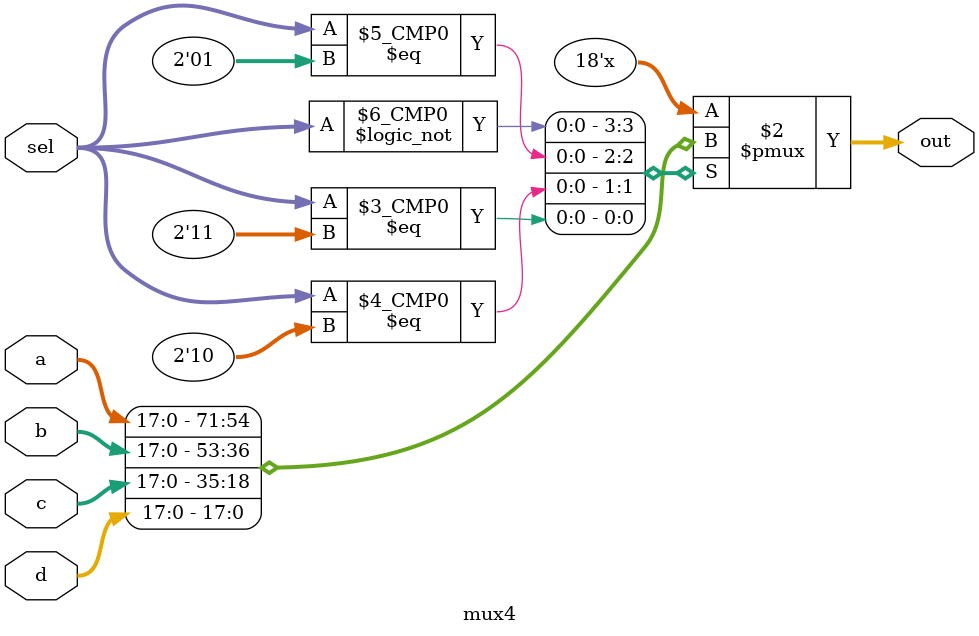
<source format=v>
module mux4(a,b,c,d,sel,out);
    parameter WIDTH = 18 ;
    input [WIDTH-1:0] a,b,c,d;
    input [1:0] sel;
    output reg [WIDTH-1:0] out;
    always @(*) begin
        case(sel)
            0: out = a;
            1: out = b;
            2: out = c;
            3: out = d;
        endcase
    end
endmodule
</source>
